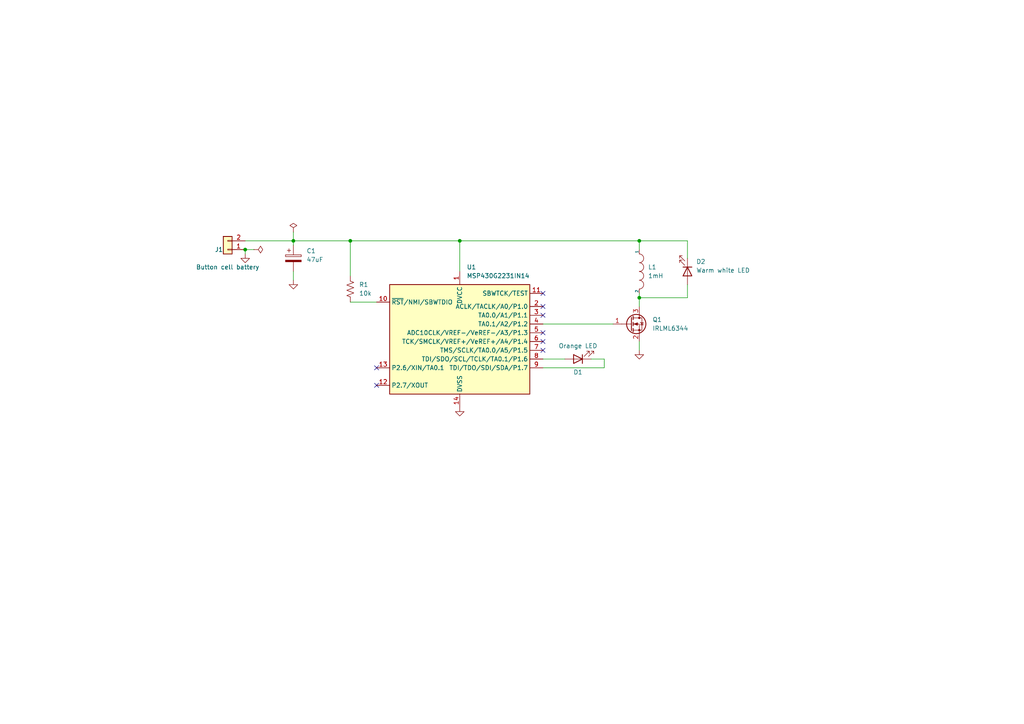
<source format=kicad_sch>
(kicad_sch (version 20211123) (generator eeschema)
  (paper "A4")
  (title_block (title "uLightHouse") (date "2023-07-02") (rev "1") (company "Navaneeth Bhardwaj") (comment 1 "Design by "))
  (lib_symbols
    (symbol "Connector_Generic:Conn_01x02" (pin_names (offset 1.016) hide)
      (property "Reference" "J" (at 0 2.54 0))
      (property "Value" "Conn_01x02" (at 0 -5.08 0))
      (symbol "Conn_01x02_1_1"
        (rectangle (start -1.27 -2.413) (end 0 -2.667) (stroke (width 0.1524)))
        (rectangle (start -1.27 0.127) (end 0 -0.127) (stroke (width 0.1524)))
        (rectangle (start -1.27 1.27) (end 1.27 -3.81) (stroke (width 0.254)) (fill (type background)))
        (pin passive line (at -5.08 0 0) (length 3.81) (name "Pin_1") (number "1"))
        (pin passive line (at -5.08 -2.54 0) (length 3.81) (name "Pin_2") (number "2"))
      )
    )
    (symbol "Device:C_Polarized" (pin_numbers hide) (pin_names (offset 0.254))
      (property "Reference" "C" (at 0.635 2.54 0))
      (property "Value" "C_Polarized" (at 0.635 -2.54 0))
      (symbol "C_Polarized_0_1"
        (rectangle (start -2.286 0.508) (end 2.286 1.016))
        (polyline (pts (xy -1.778 2.286) (xy -0.762 2.286)))
        (polyline (pts (xy -1.27 2.794) (xy -1.27 1.778)))
        (rectangle (start 2.286 -0.508) (end -2.286 -1.016) (fill (type outline)))
      )
      (symbol "C_Polarized_1_1"
        (pin passive line (at 0 3.81 270) (length 2.794) (name "~") (number "1"))
        (pin passive line (at 0 -3.81 90) (length 2.794) (name "~") (number "2"))
      )
    )
    (symbol "Device:LED" (pin_numbers hide) (pin_names (offset 1.016) hide)
      (property "Reference" "D" (at 0 2.54 0))
      (property "Value" "LED" (at 0 -2.54 0))
      (symbol "LED_0_1"
        (polyline (pts (xy -1.27 -1.27) (xy -1.27 1.27)) (stroke (width 0.254)))
        (polyline (pts (xy -1.27 0) (xy 1.27 0)))
        (polyline (pts (xy 1.27 -1.27) (xy 1.27 1.27) (xy -1.27 0) (xy 1.27 -1.27)) (stroke (width 0.254)))
        (polyline (pts (xy -3.048 -0.762) (xy -4.572 -2.286) (xy -3.81 -2.286) (xy -4.572 -2.286) (xy -4.572 -1.524)))
        (polyline (pts (xy -1.778 -0.762) (xy -3.302 -2.286) (xy -2.54 -2.286) (xy -3.302 -2.286) (xy -3.302 -1.524)))
      )
      (symbol "LED_1_1"
        (pin passive line (at -3.81 0 0) (length 2.54) (name "K") (number "1"))
        (pin passive line (at 3.81 0 180) (length 2.54) (name "A") (number "2"))
      )
    )
    (symbol "Device:R_US" (pin_numbers hide) (pin_names (offset 0))
      (property "Reference" "R" (at 2.54 0 90))
      (property "Value" "R_US" (at -2.54 0 90))
      (symbol "R_US_0_1"
        (polyline (pts (xy 0 -2.286) (xy 0 -2.54)))
        (polyline (pts (xy 0 2.286) (xy 0 2.54)))
        (polyline (pts (xy 0 -0.762) (xy 1.016 -1.143) (xy 0 -1.524) (xy -1.016 -1.905) (xy 0 -2.286)))
        (polyline (pts (xy 0 0.762) (xy 1.016 0.381) (xy 0 0) (xy -1.016 -0.381) (xy 0 -0.762)))
        (polyline (pts (xy 0 2.286) (xy 1.016 1.905) (xy 0 1.524) (xy -1.016 1.143) (xy 0 0.762)))
      )
      (symbol "R_US_1_1"
        (pin passive line (at 0 3.81 270) (length 1.27) (name "~") (number "1"))
        (pin passive line (at 0 -3.81 90) (length 1.27) (name "~") (number "2"))
      )
    )
    (symbol "MCU_Texas_MSP430:MSP430G2231IN14"
      (property "Reference" "U" (at -19.05 17.78 0))
      (property "Value" "MSP430G2231IN14" (at 12.7 -16.51 0))
      (symbol "MSP430G2231IN14_0_1"
        (rectangle (start -20.32 16.51) (end 20.32 -15.24) (stroke (width 0.254)) (fill (type background)))
      )
      (symbol "MSP430G2231IN14_1_1"
        (pin power_in line (at 0 20.32 270) (length 3.81) (name "DVCC") (number "1"))
        (pin input line (at -24.13 11.43 0) (length 3.81) (name "~{RST}/NMI/SBWTDIO") (number "10"))
        (pin input line (at 24.13 13.97 180) (length 3.81) (name "SBWTCK/TEST") (number "11"))
        (pin bidirectional line (at -24.13 -12.7 0) (length 3.81) (name "P2.7/XOUT") (number "12"))
        (pin bidirectional line (at -24.13 -7.62 0) (length 3.81) (name "P2.6/XIN/TA0.1") (number "13"))
        (pin power_in line (at 0 -19.05 90) (length 3.81) (name "DVSS") (number "14"))
        (pin bidirectional line (at 24.13 10.16 180) (length 3.81) (name "ACLK/TACLK/A0/P1.0") (number "2"))
        (pin bidirectional line (at 24.13 7.62 180) (length 3.81) (name "TA0.0/A1/P1.1") (number "3"))
        (pin bidirectional line (at 24.13 5.08 180) (length 3.81) (name "TA0.1/A2/P1.2") (number "4"))
        (pin bidirectional line (at 24.13 2.54 180) (length 3.81) (name "ADC10CLK/VREF-/VeREF-/A3/P1.3") (number "5"))
        (pin bidirectional line (at 24.13 0 180) (length 3.81) (name "TCK/SMCLK/VREF+/VeREF+/A4/P1.4") (number "6"))
        (pin bidirectional line (at 24.13 -2.54 180) (length 3.81) (name "TMS/SCLK/TA0.0/A5/P1.5") (number "7"))
        (pin bidirectional line (at 24.13 -5.08 180) (length 3.81) (name "TDI/SDO/SCL/TCLK/TA0.1/P1.6") (number "8"))
        (pin bidirectional line (at 24.13 -7.62 180) (length 3.81) (name "TDI/TDO/SDI/SDA/P1.7") (number "9"))
      )
    )
    (symbol "Transistor_FET:IRLML0030" (pin_names hide)
      (property "Reference" "Q" (at 5.08 1.905 0))
      (property "Value" "IRLML0030" (at 5.08 0 0))
      (symbol "IRLML0030_0_1"
        (polyline (pts (xy 0.254 0) (xy -2.54 0)))
        (polyline (pts (xy 0.254 1.905) (xy 0.254 -1.905)) (stroke (width 0.254)))
        (polyline (pts (xy 0.762 -1.27) (xy 0.762 -2.286)) (stroke (width 0.254)))
        (polyline (pts (xy 0.762 0.508) (xy 0.762 -0.508)) (stroke (width 0.254)))
        (polyline (pts (xy 0.762 2.286) (xy 0.762 1.27)) (stroke (width 0.254)))
        (polyline (pts (xy 2.54 2.54) (xy 2.54 1.778)))
        (polyline (pts (xy 2.54 -2.54) (xy 2.54 0) (xy 0.762 0)))
        (polyline (pts (xy 0.762 -1.778) (xy 3.302 -1.778) (xy 3.302 1.778) (xy 0.762 1.778)))
        (polyline (pts (xy 1.016 0) (xy 2.032 0.381) (xy 2.032 -0.381) (xy 1.016 0)) (fill (type outline)))
        (polyline (pts (xy 2.794 0.508) (xy 2.921 0.381) (xy 3.683 0.381) (xy 3.81 0.254)))
        (polyline (pts (xy 3.302 0.381) (xy 2.921 -0.254) (xy 3.683 -0.254) (xy 3.302 0.381)))
        (circle (center 1.651 0) (radius 2.794) (stroke (width 0.254)))
        (circle (center 2.54 -1.778) (radius 0.254) (fill (type outline)))
        (circle (center 2.54 1.778) (radius 0.254) (fill (type outline)))
      )
      (symbol "IRLML0030_1_1"
        (pin input line (at -5.08 0 0) (length 2.54) (name "G") (number "1"))
        (pin passive line (at 2.54 -5.08 90) (length 2.54) (name "S") (number "2"))
        (pin passive line (at 2.54 5.08 270) (length 2.54) (name "D") (number "3"))
      )
    )
    (symbol "power:GND" (power) (pin_names (offset 0))
      (property "Value" "GND" (at 0 -3.81 0))
      (symbol "GND_0_1"
        (polyline (pts (xy 0 0) (xy 0 -1.27) (xy 1.27 -1.27) (xy 0 -2.54) (xy -1.27 -1.27) (xy 0 -1.27)))
      )
      (symbol "GND_1_1"
        (pin power_in line (at 0 0 270) (length 0) hide (name "GND") (number "1"))
      )
    )
    (symbol "power:PWR_FLAG" (power) (pin_numbers hide) (pin_names (offset 0) hide)
      (property "Value" "PWR_FLAG" (at 0 3.81 0))
      (symbol "PWR_FLAG_0_0"
        (pin power_out line (at 0 0 90) (length 0) (name "pwr") (number "1"))
      )
      (symbol "PWR_FLAG_0_1"
        (polyline (pts (xy 0 0) (xy 0 1.27) (xy -1.016 1.905) (xy 0 2.54) (xy 1.016 1.905) (xy 0 1.27)))
      )
    )
    (symbol "pspice:INDUCTOR" (pin_numbers hide) (pin_names (offset 0))
      (property "Reference" "L" (at 0 2.54 0))
      (property "Value" "INDUCTOR" (at 0 -1.27 0))
      (symbol "INDUCTOR_0_1"
        (arc (start -2.54 0) (mid -3.81 1.27) (end -5.08 0))
        (arc (start 0 0) (mid -1.27 1.27) (end -2.54 0))
        (arc (start 2.54 0) (mid 1.27 1.27) (end 0 0))
        (arc (start 5.08 0) (mid 3.81 1.27) (end 2.54 0))
      )
      (symbol "INDUCTOR_1_1"
        (pin input line (at -6.35 0 0) (length 1.27) (name "1") (number "1"))
        (pin input line (at 6.35 0 180) (length 1.27) (name "2") (number "2"))
      )
    )
  )
  (junction (at 85.09 69.85))
  (junction (at 101.6 69.85))
  (junction (at 185.42 86.36))
  (junction (at 71.12 72.39))
  (junction (at 185.42 69.85))
  (junction (at 133.35 69.85))
  (no_connect (at 157.48 99.06))
  (no_connect (at 109.22 111.76))
  (no_connect (at 157.48 85.09))
  (no_connect (at 157.48 88.9))
  (no_connect (at 157.48 96.52))
  (no_connect (at 157.48 91.44))
  (no_connect (at 157.48 101.6))
  (no_connect (at 109.22 106.68))
  (wire (pts (xy 71.12 72.39) (xy 73.66 72.39)))
  (wire (pts (xy 85.09 78.74) (xy 85.09 81.28)))
  (wire (pts (xy 185.42 86.36) (xy 185.42 88.9)))
  (wire (pts (xy 101.6 69.85) (xy 101.6 80.01)))
  (wire (pts (xy 199.39 82.55) (xy 199.39 86.36)))
  (wire (pts (xy 133.35 69.85) (xy 185.42 69.85)))
  (wire (pts (xy 175.26 106.68) (xy 157.48 106.68)))
  (wire (pts (xy 175.26 104.14) (xy 175.26 106.68)))
  (wire (pts (xy 85.09 69.85) (xy 85.09 71.12)))
  (wire (pts (xy 71.12 72.39) (xy 71.12 73.66)))
  (wire (pts (xy 85.09 69.85) (xy 101.6 69.85)))
  (wire (pts (xy 171.45 104.14) (xy 175.26 104.14)))
  (wire (pts (xy 185.42 99.06) (xy 185.42 101.6)))
  (wire (pts (xy 185.42 69.85) (xy 185.42 72.39)))
  (wire (pts (xy 71.12 69.85) (xy 85.09 69.85)))
  (wire (pts (xy 199.39 69.85) (xy 185.42 69.85)))
  (wire (pts (xy 157.48 93.98) (xy 177.8 93.98)))
  (wire (pts (xy 101.6 87.63) (xy 109.22 87.63)))
  (wire (pts (xy 101.6 69.85) (xy 133.35 69.85)))
  (wire (pts (xy 133.35 69.85) (xy 133.35 78.74)))
  (wire (pts (xy 85.09 67.31) (xy 85.09 69.85)))
  (wire (pts (xy 185.42 85.09) (xy 185.42 86.36)))
  (wire (pts (xy 199.39 74.93) (xy 199.39 69.85)))
  (wire (pts (xy 199.39 86.36) (xy 185.42 86.36)))
  (wire (pts (xy 157.48 104.14) (xy 163.83 104.14)))
  (symbol (lib_id "Device:C_Polarized") (at 85.09 74.93 0) (unit 1)
    (property "Reference" "C1" (at 88.9 72.7709 0) (effects (justify left)))
    (property "Value" "47uF" (at 88.9 75.3109 0) (effects (justify left)))
  )
  (symbol (lib_id "power:GND") (at 71.12 73.66 0) (unit 1)
    (property "Reference" "#PWR0101" (effects hide))
    (property "Value" "GND" (effects hide))
  )
  (symbol (lib_id "Device:LED") (at 167.64 104.14 180) (unit 1)
    (property "Reference" "D1" (at 167.64 107.95 0))
    (property "Value" "Orange LED" (at 167.64 100.33 0))
  )
  (symbol (lib_id "Device:R_US") (at 101.6 83.82 0) (unit 1)
    (property "Reference" "R1" (at 104.14 82.5499 0) (effects (justify left)))
    (property "Value" "10k" (at 104.14 85.0899 0) (effects (justify left)))
  )
  (symbol (lib_id "MCU_Texas_MSP430:MSP430G2231IN14") (at 133.35 99.06 0) (unit 1)
    (property "Reference" "U1" (at 135.3694 77.47 0) (effects (justify left)))
    (property "Value" "MSP430G2231IN14" (at 135.3694 80.01 0) (effects (justify left)))
    (property "Footprint" "Package_SO:TSSOP-14_4.4x5mm_P0.65mm" (effects hide))
    (property "Datasheet" "http://www.ti.com/lit/ds/symlink/msp430g2231.pdf" (effects hide))
  )
  (symbol (lib_id "Connector_Generic:Conn_01x02") (at 66.04 72.39 180) (unit 1)
    (property "Reference" "J1" (at 63.5 72.39 0))
    (property "Value" "Button cell battery" (at 66.04 77.47 0))
  )
  (symbol (lib_id "Transistor_FET:IRLML0030") (at 182.88 93.98 0) (unit 1)
    (property "Reference" "Q1" (at 189.23 92.7099 0) (effects (justify left)))
    (property "Value" "IRLML6344" (at 189.23 95.2499 0) (effects (justify left)))
    (property "Footprint" "Package_TO_SOT_SMD:SOT-23" (effects hide))
    (property "Datasheet" "https://www.infineon.com/dgdl/irlml0030pbf.pdf?fileId=5546d462533600a401535664773825df" (effects hide))
  )
  (symbol (lib_id "power:GND") (at 133.35 118.11 0) (unit 1)
    (property "Reference" "#PWR02" (effects hide))
    (property "Value" "GND" (effects hide))
  )
  (symbol (lib_id "pspice:INDUCTOR") (at 185.42 78.74 270) (unit 1)
    (property "Reference" "L1" (at 187.96 77.4699 90) (effects (justify left)))
    (property "Value" "1mH" (at 187.96 80.0099 90) (effects (justify left)))
  )
  (symbol (lib_id "power:PWR_FLAG") (at 73.66 72.39 270) (unit 1)
    (property "Reference" "#FLG02" (effects hide))
    (property "Value" "PWR_FLAG" (effects hide))
  )
  (symbol (lib_id "Device:LED") (at 199.39 78.74 270) (unit 1)
    (property "Reference" "D2" (at 201.93 75.8824 90) (effects (justify left)))
    (property "Value" "Warm white LED" (at 201.93 78.4224 90) (effects (justify left)))
  )
  (symbol (lib_id "power:PWR_FLAG") (at 85.09 67.31 0) (unit 1)
    (property "Reference" "#FLG01" (effects hide))
    (property "Value" "PWR_FLAG" (effects hide))
  )
  (symbol (lib_id "power:GND") (at 85.09 81.28 0) (unit 1)
    (property "Reference" "#PWR01" (effects hide))
    (property "Value" "GND" (effects hide))
  )
  (symbol (lib_id "power:GND") (at 185.42 101.6 0) (unit 1)
    (property "Reference" "#PWR03" (effects hide))
    (property "Value" "GND" (effects hide))
  )
)
</source>
